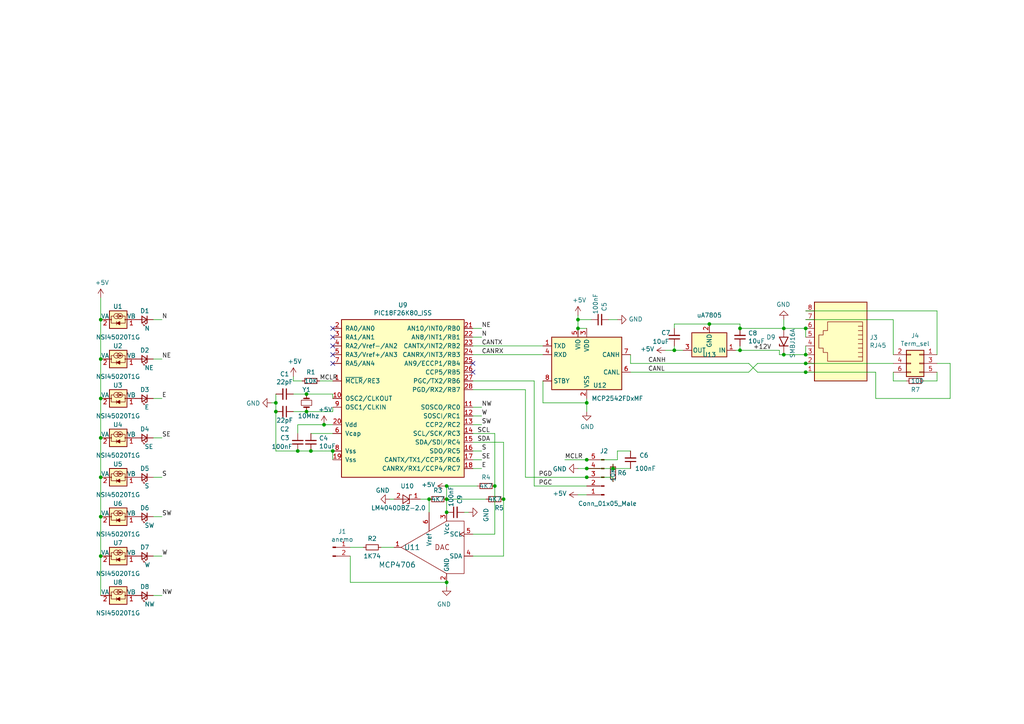
<source format=kicad_sch>
(kicad_sch (version 20211123) (generator eeschema)
  (paper "A4")
  (lib_symbols
    (symbol "Connector:Conn_01x02_Male" (pin_names (offset 1.016) hide)
      (property "Reference" "J" (at 0 2.54 0))
      (property "Value" "Conn_01x02_Male" (at 0 -5.08 0))
      (symbol "Conn_01x02_Male_1_1"
        (polyline (pts (xy 1.27 -2.54) (xy 0.8636 -2.54)) (stroke (width 0.1524)))
        (polyline (pts (xy 1.27 0) (xy 0.8636 0)) (stroke (width 0.1524)))
        (rectangle (start 0.8636 -2.413) (end 0 -2.667) (stroke (width 0.1524)) (fill (type outline)))
        (rectangle (start 0.8636 0.127) (end 0 -0.127) (stroke (width 0.1524)) (fill (type outline)))
        (pin passive line (at 5.08 0 180) (length 3.81) (name "Pin_1") (number "1"))
        (pin passive line (at 5.08 -2.54 180) (length 3.81) (name "Pin_2") (number "2"))
      )
    )
    (symbol "Connector:Conn_01x05_Male" (pin_names (offset 1.016) hide)
      (property "Reference" "J" (at 0 7.62 0))
      (property "Value" "Conn_01x05_Male" (at 0 -7.62 0))
      (symbol "Conn_01x05_Male_1_1"
        (polyline (pts (xy 1.27 -5.08) (xy 0.8636 -5.08)) (stroke (width 0.1524)))
        (polyline (pts (xy 1.27 -2.54) (xy 0.8636 -2.54)) (stroke (width 0.1524)))
        (polyline (pts (xy 1.27 0) (xy 0.8636 0)) (stroke (width 0.1524)))
        (polyline (pts (xy 1.27 2.54) (xy 0.8636 2.54)) (stroke (width 0.1524)))
        (polyline (pts (xy 1.27 5.08) (xy 0.8636 5.08)) (stroke (width 0.1524)))
        (rectangle (start 0.8636 -4.953) (end 0 -5.207) (stroke (width 0.1524)) (fill (type outline)))
        (rectangle (start 0.8636 -2.413) (end 0 -2.667) (stroke (width 0.1524)) (fill (type outline)))
        (rectangle (start 0.8636 0.127) (end 0 -0.127) (stroke (width 0.1524)) (fill (type outline)))
        (rectangle (start 0.8636 2.667) (end 0 2.413) (stroke (width 0.1524)) (fill (type outline)))
        (rectangle (start 0.8636 5.207) (end 0 4.953) (stroke (width 0.1524)) (fill (type outline)))
        (pin passive line (at 5.08 5.08 180) (length 3.81) (name "Pin_1") (number "1"))
        (pin passive line (at 5.08 2.54 180) (length 3.81) (name "Pin_2") (number "2"))
        (pin passive line (at 5.08 0 180) (length 3.81) (name "Pin_3") (number "3"))
        (pin passive line (at 5.08 -2.54 180) (length 3.81) (name "Pin_4") (number "4"))
        (pin passive line (at 5.08 -5.08 180) (length 3.81) (name "Pin_5") (number "5"))
      )
    )
    (symbol "Connector:RJ45" (pin_names (offset 1.016))
      (property "Reference" "J" (at -5.08 13.97 0))
      (property "Value" "RJ45" (at 2.54 13.97 0))
      (symbol "RJ45_0_1"
        (polyline (pts (xy -5.08 4.445) (xy -6.35 4.445)))
        (polyline (pts (xy -5.08 5.715) (xy -6.35 5.715)))
        (polyline (pts (xy -6.35 -3.175) (xy -5.08 -3.175) (xy -5.08 -3.175)))
        (polyline (pts (xy -6.35 -1.905) (xy -5.08 -1.905) (xy -5.08 -1.905)))
        (polyline (pts (xy -6.35 -0.635) (xy -5.08 -0.635) (xy -5.08 -0.635)))
        (polyline (pts (xy -6.35 0.635) (xy -5.08 0.635) (xy -5.08 0.635)))
        (polyline (pts (xy -6.35 1.905) (xy -5.08 1.905) (xy -5.08 1.905)))
        (polyline (pts (xy -5.08 3.175) (xy -6.35 3.175) (xy -6.35 3.175)))
        (polyline (pts (xy -6.35 -4.445) (xy -6.35 6.985) (xy 3.81 6.985) (xy 3.81 4.445) (xy 5.08 4.445) (xy 5.08 3.175) (xy 6.35 3.175) (xy 6.35 -0.635) (xy 5.08 -0.635) (xy 5.08 -1.905) (xy 3.81 -1.905) (xy 3.81 -4.445) (xy -6.35 -4.445) (xy -6.35 -4.445)))
        (rectangle (start 7.62 12.7) (end -7.62 -10.16) (stroke (width 0.254)) (fill (type background)))
      )
      (symbol "RJ45_1_1"
        (pin passive line (at 10.16 -7.62 180) (length 2.54) (name "~") (number "1"))
        (pin passive line (at 10.16 -5.08 180) (length 2.54) (name "~") (number "2"))
        (pin passive line (at 10.16 -2.54 180) (length 2.54) (name "~") (number "3"))
        (pin passive line (at 10.16 0 180) (length 2.54) (name "~") (number "4"))
        (pin passive line (at 10.16 2.54 180) (length 2.54) (name "~") (number "5"))
        (pin passive line (at 10.16 5.08 180) (length 2.54) (name "~") (number "6"))
        (pin passive line (at 10.16 7.62 180) (length 2.54) (name "~") (number "7"))
        (pin passive line (at 10.16 10.16 180) (length 2.54) (name "~") (number "8"))
      )
    )
    (symbol "Connector_Generic:Conn_02x03_Odd_Even" (pin_names (offset 1.016) hide)
      (property "Reference" "J" (at 1.27 5.08 0))
      (property "Value" "Conn_02x03_Odd_Even" (at 1.27 -5.08 0))
      (symbol "Conn_02x03_Odd_Even_1_1"
        (rectangle (start -1.27 -2.413) (end 0 -2.667) (stroke (width 0.1524)))
        (rectangle (start -1.27 0.127) (end 0 -0.127) (stroke (width 0.1524)))
        (rectangle (start -1.27 2.667) (end 0 2.413) (stroke (width 0.1524)))
        (rectangle (start -1.27 3.81) (end 3.81 -3.81) (stroke (width 0.254)) (fill (type background)))
        (rectangle (start 3.81 -2.413) (end 2.54 -2.667) (stroke (width 0.1524)))
        (rectangle (start 3.81 0.127) (end 2.54 -0.127) (stroke (width 0.1524)))
        (rectangle (start 3.81 2.667) (end 2.54 2.413) (stroke (width 0.1524)))
        (pin passive line (at -5.08 2.54 0) (length 3.81) (name "Pin_1") (number "1"))
        (pin passive line (at 7.62 2.54 180) (length 3.81) (name "Pin_2") (number "2"))
        (pin passive line (at -5.08 0 0) (length 3.81) (name "Pin_3") (number "3"))
        (pin passive line (at 7.62 0 180) (length 3.81) (name "Pin_4") (number "4"))
        (pin passive line (at -5.08 -2.54 0) (length 3.81) (name "Pin_5") (number "5"))
        (pin passive line (at 7.62 -2.54 180) (length 3.81) (name "Pin_6") (number "6"))
      )
    )
    (symbol "Device:C_Small" (pin_numbers hide) (pin_names (offset 0.254) hide)
      (property "Reference" "C" (at 0.254 1.778 0))
      (property "Value" "C_Small" (at 0.254 -2.032 0))
      (symbol "C_Small_0_1"
        (polyline (pts (xy -1.524 -0.508) (xy 1.524 -0.508)) (stroke (width 0.3302)))
        (polyline (pts (xy -1.524 0.508) (xy 1.524 0.508)) (stroke (width 0.3048)))
      )
      (symbol "C_Small_1_1"
        (pin passive line (at 0 2.54 270) (length 2.032) (name "~") (number "1"))
        (pin passive line (at 0 -2.54 90) (length 2.032) (name "~") (number "2"))
      )
    )
    (symbol "Device:Crystal_Small" (pin_numbers hide) (pin_names (offset 1.016) hide)
      (property "Reference" "Y" (at 0 2.54 0))
      (property "Value" "Crystal_Small" (at 0 -2.54 0))
      (symbol "Crystal_Small_0_1"
        (rectangle (start -0.762 -1.524) (end 0.762 1.524))
        (polyline (pts (xy -1.27 -0.762) (xy -1.27 0.762)) (stroke (width 0.381)))
        (polyline (pts (xy 1.27 -0.762) (xy 1.27 0.762)) (stroke (width 0.381)))
      )
      (symbol "Crystal_Small_1_1"
        (pin passive line (at -2.54 0 0) (length 1.27) (name "1") (number "1"))
        (pin passive line (at 2.54 0 180) (length 1.27) (name "2") (number "2"))
      )
    )
    (symbol "Device:LED_Small" (pin_numbers hide) (pin_names (offset 0.254) hide)
      (property "Reference" "D" (at -1.27 3.175 0))
      (property "Value" "LED_Small" (at -4.445 -2.54 0))
      (symbol "LED_Small_0_1"
        (polyline (pts (xy -0.762 -1.016) (xy -0.762 1.016)) (stroke (width 0.254)))
        (polyline (pts (xy 1.016 0) (xy -0.762 0)))
        (polyline (pts (xy 0.762 -1.016) (xy -0.762 0) (xy 0.762 1.016) (xy 0.762 -1.016)) (stroke (width 0.254)))
        (polyline (pts (xy 0 0.762) (xy -0.508 1.27) (xy -0.254 1.27) (xy -0.508 1.27) (xy -0.508 1.016)))
        (polyline (pts (xy 0.508 1.27) (xy 0 1.778) (xy 0.254 1.778) (xy 0 1.778) (xy 0 1.524)))
      )
      (symbol "LED_Small_1_1"
        (pin passive line (at -2.54 0 0) (length 1.778) (name "K") (number "1"))
        (pin passive line (at 2.54 0 180) (length 1.778) (name "A") (number "2"))
      )
    )
    (symbol "Device:R_Small" (pin_numbers hide) (pin_names (offset 0.254) hide)
      (property "Reference" "R" (at 0.762 0.508 0))
      (property "Value" "R_Small" (at 0.762 -1.016 0))
      (symbol "R_Small_0_1"
        (rectangle (start -0.762 1.778) (end 0.762 -1.778) (stroke (width 0.2032)))
      )
      (symbol "R_Small_1_1"
        (pin passive line (at 0 2.54 270) (length 0.762) (name "~") (number "1"))
        (pin passive line (at 0 -2.54 90) (length 0.762) (name "~") (number "2"))
      )
    )
    (symbol "Diode:1.5KExxA" (pin_numbers hide) (pin_names (offset 1.016) hide)
      (property "Reference" "D" (at 0 2.54 0))
      (property "Value" "1.5KExxA" (at 0 -2.54 0))
      (symbol "1.5KExxA_0_1"
        (polyline (pts (xy -0.762 1.27) (xy -1.27 1.27) (xy -1.27 -1.27)) (stroke (width 0.254)))
        (polyline (pts (xy 1.27 1.27) (xy 1.27 -1.27) (xy -1.27 0) (xy 1.27 1.27)) (stroke (width 0.254)))
      )
      (symbol "1.5KExxA_1_1"
        (pin passive line (at -3.81 0 0) (length 2.54) (name "A1") (number "1"))
        (pin passive line (at 3.81 0 180) (length 2.54) (name "A2") (number "2"))
      )
    )
    (symbol "Interface_CAN_LIN:MCP2542FDxMF"
      (property "Reference" "U" (at -10.16 8.89 0))
      (property "Value" "MCP2542FDxMF" (at 2.54 8.89 0))
      (symbol "MCP2542FDxMF_0_1"
        (rectangle (start -10.16 7.62) (end 10.16 -7.62) (stroke (width 0.254)) (fill (type background)))
      )
      (symbol "MCP2542FDxMF_1_1"
        (pin input line (at -12.7 5.08 0) (length 2.54) (name "TXD") (number "1"))
        (pin power_in line (at 0 -10.16 90) (length 2.54) (name "VSS") (number "2"))
        (pin power_in line (at 0 10.16 270) (length 2.54) (name "VDD") (number "3"))
        (pin output line (at -12.7 2.54 0) (length 2.54) (name "RXD") (number "4"))
        (pin power_in line (at -2.54 10.16 270) (length 2.54) (name "VIO") (number "5"))
        (pin bidirectional line (at 12.7 -2.54 180) (length 2.54) (name "CANL") (number "6"))
        (pin bidirectional line (at 12.7 2.54 180) (length 2.54) (name "CANH") (number "7"))
        (pin input line (at -12.7 -5.08 0) (length 2.54) (name "STBY") (number "8"))
        (pin passive line (at 0 -10.16 90) (length 2.54) hide (name "VSS") (number "9"))
      )
    )
    (symbol "MCU_Microchip_PIC18:PIC18F26K80_ISS" (pin_names (offset 1.016))
      (property "Reference" "U" (at -17.78 24.13 0))
      (property "Value" "PIC18F26K80_ISS" (at 17.78 24.13 0))
      (symbol "PIC18F26K80_ISS_0_1"
        (rectangle (start -17.78 22.86) (end 17.78 -22.86) (stroke (width 0.254)) (fill (type background)))
      )
      (symbol "PIC18F26K80_ISS_1_1"
        (pin bidirectional line (at -20.32 5.08 0) (length 2.54) (name "~{MCLR}/RE3") (number "1"))
        (pin input line (at -20.32 0 0) (length 2.54) (name "OSC2/CLKOUT") (number "10"))
        (pin bidirectional line (at 20.32 -2.54 180) (length 2.54) (name "SOSCO/RC0") (number "11"))
        (pin bidirectional line (at 20.32 -5.08 180) (length 2.54) (name "SOSCI/RC1") (number "12"))
        (pin bidirectional line (at 20.32 -7.62 180) (length 2.54) (name "CCP2/RC2") (number "13"))
        (pin bidirectional line (at 20.32 -10.16 180) (length 2.54) (name "SCL/SCK/RC3") (number "14"))
        (pin bidirectional line (at 20.32 -12.7 180) (length 2.54) (name "SDA/SDI/RC4") (number "15"))
        (pin bidirectional line (at 20.32 -15.24 180) (length 2.54) (name "SDO/RC5") (number "16"))
        (pin bidirectional line (at 20.32 -17.78 180) (length 2.54) (name "CANTX/TX1/CCP3/RC6") (number "17"))
        (pin bidirectional line (at 20.32 -20.32 180) (length 2.54) (name "CANRX/RX1/CCP4/RC7") (number "18"))
        (pin power_in line (at -20.32 -17.78 0) (length 2.54) (name "Vss") (number "19"))
        (pin bidirectional line (at -20.32 20.32 0) (length 2.54) (name "RA0/AN0") (number "2"))
        (pin power_in line (at -20.32 -7.62 0) (length 2.54) (name "Vdd") (number "20"))
        (pin bidirectional line (at 20.32 20.32 180) (length 2.54) (name "AN10/INT0/RB0") (number "21"))
        (pin bidirectional line (at 20.32 17.78 180) (length 2.54) (name "AN8/INT1/RB1") (number "22"))
        (pin bidirectional line (at 20.32 15.24 180) (length 2.54) (name "CANTX/INT2/RB2") (number "23"))
        (pin bidirectional line (at 20.32 12.7 180) (length 2.54) (name "CANRX/INT3/RB3") (number "24"))
        (pin bidirectional line (at 20.32 10.16 180) (length 2.54) (name "AN9/ECCP1/RB4") (number "25"))
        (pin bidirectional line (at 20.32 7.62 180) (length 2.54) (name "CCP5/RB5") (number "26"))
        (pin bidirectional line (at 20.32 5.08 180) (length 2.54) (name "PGC/TX2/RB6") (number "27"))
        (pin bidirectional line (at 20.32 2.54 180) (length 2.54) (name "PGD/RX2/RB7") (number "28"))
        (pin bidirectional line (at -20.32 17.78 0) (length 2.54) (name "RA1/AN1") (number "3"))
        (pin bidirectional line (at -20.32 15.24 0) (length 2.54) (name "RA2/Vref-/AN2") (number "4"))
        (pin bidirectional line (at -20.32 12.7 0) (length 2.54) (name "RA3/Vref+/AN3") (number "5"))
        (pin power_in line (at -20.32 -10.16 0) (length 2.54) (name "Vcap") (number "6"))
        (pin bidirectional line (at -20.32 10.16 0) (length 2.54) (name "RA5/AN4") (number "7"))
        (pin power_in line (at -20.32 -15.24 0) (length 2.54) (name "Vss") (number "8"))
        (pin input line (at -20.32 -2.54 0) (length 2.54) (name "OSC1/CLKIN") (number "9"))
      )
    )
    (symbol "Reference_Voltage:LM4040DBZ-2.0" (pin_names (offset 0.0254) hide)
      (property "Reference" "U" (at 0 2.54 0))
      (property "Value" "LM4040DBZ-2.0" (at 0 -3.175 0))
      (symbol "LM4040DBZ-2.0_0_1"
        (polyline (pts (xy -1.27 0) (xy 0 0) (xy 1.27 0)))
        (polyline (pts (xy -1.27 -1.27) (xy 0.635 0) (xy -1.27 1.27) (xy -1.27 -1.27)) (stroke (width 0.2032)))
        (polyline (pts (xy 0 -1.27) (xy 0.635 -1.27) (xy 0.635 1.27) (xy 1.27 1.27)) (stroke (width 0.2032)))
      )
      (symbol "LM4040DBZ-2.0_1_1"
        (pin passive line (at 3.81 0 180) (length 2.54) (name "K") (number "1"))
        (pin passive line (at -3.81 0 0) (length 2.54) (name "A") (number "2"))
      )
    )
    (symbol "Regulator_Linear:uA7805" (pin_names (offset 0.254))
      (property "Reference" "U" (at -3.81 3.175 0))
      (property "Value" "uA7805" (at 0 3.175 0))
      (symbol "uA7805_0_1"
        (rectangle (start -5.08 1.905) (end 5.08 -5.08) (stroke (width 0.254)) (fill (type background)))
      )
      (symbol "uA7805_1_1"
        (pin power_in line (at -7.62 0 0) (length 2.54) (name "IN") (number "1"))
        (pin power_in line (at 0 -7.62 90) (length 2.54) (name "GND") (number "2"))
        (pin power_out line (at 7.62 0 180) (length 2.54) (name "OUT") (number "3"))
      )
    )
    (symbol "power:+5V" (power) (pin_names (offset 0))
      (property "Value" "+5V" (at 0 3.556 0))
      (symbol "+5V_0_1"
        (polyline (pts (xy -0.762 1.27) (xy 0 2.54)))
        (polyline (pts (xy 0 0) (xy 0 2.54)))
        (polyline (pts (xy 0 2.54) (xy 0.762 1.27)))
      )
      (symbol "+5V_1_1"
        (pin power_in line (at 0 0 90) (length 0) hide (name "+5V") (number "1"))
      )
    )
    (symbol "power:GND" (power) (pin_names (offset 0))
      (property "Value" "GND" (at 0 -3.81 0))
      (symbol "GND_0_1"
        (polyline (pts (xy 0 0) (xy 0 -1.27) (xy 1.27 -1.27) (xy 0 -2.54) (xy -1.27 -1.27) (xy 0 -1.27)))
      )
      (symbol "GND_1_1"
        (pin power_in line (at 0 0 270) (length 0) hide (name "GND") (number "1"))
      )
    )
    (symbol "vetus-rescue:MCP4706-mcp4706"
      (property "Reference" "U" (at 5.08 -7.62 0))
      (property "Value" "MCP4706-mcp4706" (at 5.08 -5.08 0))
      (symbol "MCP4706-mcp4706_0_0"
        (text "DAC" (at -1.27 0 0) (effects (font (size 1.524 1.524))))
      )
      (symbol "MCP4706-mcp4706_0_1"
        (polyline (pts (xy -2.54 7.62) (xy 10.668 0)))
        (polyline (pts (xy 10.668 0) (xy -2.54 -7.62)))
        (polyline (pts (xy -2.54 7.62) (xy -7.62 7.62) (xy -7.62 -7.62) (xy -2.54 -7.62)))
      )
      (symbol "MCP4706-mcp4706_1_1"
        (pin output line (at 12.7 0 180) (length 2.032) (name "~") (number "1"))
        (pin power_in line (at -2.54 -10.16 90) (length 2.54) (name "GND") (number "2"))
        (pin power_in line (at -2.54 10.16 270) (length 2.54) (name "Vcc") (number "3"))
        (pin input line (at -10.16 -2.54 0) (length 2.54) (name "SDA") (number "4"))
        (pin input clock (at -10.16 3.81 0) (length 2.54) (name "SCL") (number "5"))
        (pin input line (at 2.54 10.16 270) (length 5.461) (name "Vref") (number "6"))
      )
    )
    (symbol "vetus-rescue:NSI45020T1G-linear-local" (pin_names (offset 0))
      (property "Reference" "U" (at 3.81 3.81 0))
      (property "Value" "NSI45020T1G-linear-local" (at 3.81 1.27 0))
      (symbol "NSI45020T1G-linear-local_0_1"
        (rectangle (start -2.54 2.54) (end 2.54 -2.54) (stroke (width 0.254)) (fill (type background)))
        (circle (center 0 -2.032) (radius 0.127))
        (polyline (pts (xy -1.524 0.508) (xy -0.508 0.508)))
        (polyline (pts (xy 0 -3.048) (xy 0 -3.81)))
        (polyline (pts (xy 0 -2.032) (xy 0 -2.54)))
        (polyline (pts (xy 0 2.032) (xy 0 2.54)))
        (polyline (pts (xy 0 3.048) (xy 0 3.81)))
        (polyline (pts (xy -1.016 -0.508) (xy -1.016 -2.032) (xy 1.016 -2.032) (xy 1.016 -1.27)))
        (polyline (pts (xy -1.016 0.508) (xy -1.524 -0.508) (xy -0.508 -0.508) (xy -1.016 0.508)) (fill (type outline)))
        (polyline (pts (xy 1.016 1.27) (xy 1.016 2.032) (xy -1.016 2.032) (xy -1.016 0.508)))
        (polyline (pts (xy 1.016 0.762) (xy 1.016 -1.016) (xy 0.762 -0.508) (xy 1.27 -0.508) (xy 1.016 -1.016)) (fill (type outline)))
        (circle (center 0 2.032) (radius 0.127))
        (circle (center 1.016 -0.508) (radius 0.762))
        (circle (center 1.016 0.508) (radius 0.762))
      )
      (symbol "NSI45020T1G-linear-local_1_1"
        (pin input line (at 0 -5.08 90) (length 2.54) (name "VB") (number "1"))
        (pin input line (at 0 5.08 270) (length 2.54) (name "VA") (number "2"))
        (pin no_connect line (at 0 -2.54 90) (length 2.54) hide (name "NC") (number "3"))
      )
    )
  )
  (junction (at 205.74 93.98))
  (junction (at 170.18 133.35))
  (junction (at 233.68 102.87))
  (junction (at 214.63 95.25))
  (junction (at 93.98 123.19))
  (junction (at 29.21 138.43))
  (junction (at 29.21 92.71))
  (junction (at 233.68 107.95))
  (junction (at 90.17 130.81))
  (junction (at 227.33 102.87))
  (junction (at 86.36 130.81))
  (junction (at 88.9 119.38))
  (junction (at 29.21 127))
  (junction (at 233.68 95.25))
  (junction (at 29.21 149.86))
  (junction (at 233.68 105.41))
  (junction (at 80.01 116.84))
  (junction (at 170.18 138.43))
  (junction (at 29.21 161.29))
  (junction (at 129.54 168.91))
  (junction (at 177.8 135.89))
  (junction (at 129.54 140.97))
  (junction (at 170.18 135.89))
  (junction (at 195.58 101.6))
  (junction (at 29.21 104.14))
  (junction (at 129.54 144.78))
  (junction (at 227.33 95.25))
  (junction (at 124.46 144.78))
  (junction (at 146.05 144.78))
  (junction (at 129.54 148.59))
  (junction (at 96.52 130.81))
  (junction (at 170.18 116.84))
  (junction (at 167.64 95.25))
  (junction (at 88.9 114.3))
  (junction (at 29.21 115.57))
  (junction (at 143.51 140.97))
  (junction (at 214.63 101.6))
  (junction (at 80.01 119.38))
  (junction (at 167.64 92.71))
  (no_connect (at 96.52 105.41))
  (no_connect (at 96.52 97.79))
  (no_connect (at 96.52 95.25))
  (no_connect (at 96.52 102.87))
  (no_connect (at 137.16 107.95))
  (no_connect (at 137.16 105.41))
  (no_connect (at 96.52 100.33))
  (wire (pts (xy 193.04 101.6) (xy 195.58 101.6)))
  (wire (pts (xy 137.16 120.65) (xy 139.7 120.65)))
  (wire (pts (xy 105.41 158.75) (xy 101.6 158.75)))
  (wire (pts (xy 93.98 123.19) (xy 86.36 123.19)))
  (wire (pts (xy 170.18 116.84) (xy 170.18 119.38)))
  (wire (pts (xy 85.09 110.49) (xy 85.09 109.22)))
  (wire (pts (xy 96.52 130.81) (xy 90.17 130.81)))
  (wire (pts (xy 167.64 92.71) (xy 167.64 95.25)))
  (wire (pts (xy 101.6 168.91) (xy 129.54 168.91)))
  (wire (pts (xy 152.4 113.03) (xy 152.4 138.43)))
  (wire (pts (xy 259.08 110.49) (xy 259.08 107.95)))
  (wire (pts (xy 88.9 114.3) (xy 96.52 114.3)))
  (wire (pts (xy 110.49 158.75) (xy 114.3 158.75)))
  (wire (pts (xy 226.06 101.6) (xy 226.06 102.87)))
  (wire (pts (xy 139.7 133.35) (xy 137.16 133.35)))
  (wire (pts (xy 44.45 92.71) (xy 46.99 92.71)))
  (wire (pts (xy 214.63 95.25) (xy 214.63 93.98)))
  (wire (pts (xy 96.52 119.38) (xy 88.9 119.38)))
  (wire (pts (xy 96.52 114.3) (xy 96.52 115.57)))
  (wire (pts (xy 29.21 138.43) (xy 29.21 149.86)))
  (wire (pts (xy 170.18 133.35) (xy 179.07 133.35)))
  (wire (pts (xy 139.7 118.11) (xy 137.16 118.11)))
  (wire (pts (xy 140.97 144.78) (xy 129.54 144.78)))
  (wire (pts (xy 137.16 100.33) (xy 157.48 100.33)))
  (wire (pts (xy 44.45 104.14) (xy 46.99 104.14)))
  (wire (pts (xy 143.51 125.73) (xy 143.51 140.97)))
  (wire (pts (xy 139.7 123.19) (xy 137.16 123.19)))
  (wire (pts (xy 157.48 110.49) (xy 157.48 116.84)))
  (wire (pts (xy 214.63 93.98) (xy 205.74 93.98)))
  (wire (pts (xy 167.64 91.44) (xy 167.64 92.71)))
  (wire (pts (xy 29.21 161.29) (xy 29.21 172.72)))
  (wire (pts (xy 233.68 92.71) (xy 259.08 92.71)))
  (wire (pts (xy 129.54 168.91) (xy 129.54 170.18)))
  (wire (pts (xy 177.8 138.43) (xy 177.8 139.7)))
  (wire (pts (xy 259.08 102.87) (xy 259.08 92.71)))
  (wire (pts (xy 179.07 133.35) (xy 179.07 130.81)))
  (wire (pts (xy 44.45 161.29) (xy 46.99 161.29)))
  (wire (pts (xy 114.3 144.78) (xy 113.03 144.78)))
  (wire (pts (xy 88.9 119.38) (xy 85.09 119.38)))
  (wire (pts (xy 137.16 128.27) (xy 146.05 128.27)))
  (wire (pts (xy 143.51 154.94) (xy 137.16 154.94)))
  (wire (pts (xy 143.51 140.97) (xy 143.51 154.94)))
  (wire (pts (xy 154.94 140.97) (xy 170.18 140.97)))
  (wire (pts (xy 233.68 105.41) (xy 219.71 105.41)))
  (wire (pts (xy 137.16 97.79) (xy 139.7 97.79)))
  (wire (pts (xy 177.8 135.89) (xy 182.88 135.89)))
  (wire (pts (xy 271.78 90.17) (xy 233.68 90.17)))
  (wire (pts (xy 195.58 101.6) (xy 198.12 101.6)))
  (wire (pts (xy 86.36 123.19) (xy 86.36 125.73)))
  (wire (pts (xy 226.06 102.87) (xy 227.33 102.87)))
  (wire (pts (xy 44.45 127) (xy 46.99 127)))
  (wire (pts (xy 233.68 107.95) (xy 254 107.95)))
  (wire (pts (xy 44.45 172.72) (xy 46.99 172.72)))
  (wire (pts (xy 124.46 144.78) (xy 124.46 148.59)))
  (wire (pts (xy 195.58 101.6) (xy 195.58 100.33)))
  (wire (pts (xy 44.45 115.57) (xy 46.99 115.57)))
  (wire (pts (xy 214.63 101.6) (xy 214.63 100.33)))
  (wire (pts (xy 179.07 130.81) (xy 182.88 130.81)))
  (wire (pts (xy 219.71 107.95) (xy 217.17 105.41)))
  (wire (pts (xy 29.21 86.36) (xy 29.21 92.71)))
  (wire (pts (xy 137.16 110.49) (xy 154.94 110.49)))
  (wire (pts (xy 29.21 127) (xy 29.21 138.43)))
  (wire (pts (xy 177.8 134.62) (xy 177.8 135.89)))
  (wire (pts (xy 233.68 95.25) (xy 233.68 97.79)))
  (wire (pts (xy 271.78 102.87) (xy 271.78 90.17)))
  (wire (pts (xy 267.97 110.49) (xy 271.78 110.49)))
  (wire (pts (xy 137.16 102.87) (xy 157.48 102.87)))
  (wire (pts (xy 90.17 130.81) (xy 86.36 130.81)))
  (wire (pts (xy 86.36 130.81) (xy 80.01 130.81)))
  (wire (pts (xy 217.17 107.95) (xy 182.88 107.95)))
  (wire (pts (xy 233.68 95.25) (xy 227.33 95.25)))
  (wire (pts (xy 129.54 140.97) (xy 129.54 144.78)))
  (wire (pts (xy 29.21 115.57) (xy 29.21 127)))
  (wire (pts (xy 44.45 138.43) (xy 46.99 138.43)))
  (wire (pts (xy 80.01 130.81) (xy 80.01 119.38)))
  (wire (pts (xy 217.17 105.41) (xy 182.88 105.41)))
  (wire (pts (xy 227.33 92.71) (xy 227.33 95.25)))
  (wire (pts (xy 171.45 92.71) (xy 167.64 92.71)))
  (wire (pts (xy 271.78 105.41) (xy 275.59 105.41)))
  (wire (pts (xy 96.52 110.49) (xy 92.71 110.49)))
  (wire (pts (xy 182.88 105.41) (xy 182.88 102.87)))
  (wire (pts (xy 137.16 130.81) (xy 139.7 130.81)))
  (wire (pts (xy 233.68 105.41) (xy 259.08 105.41)))
  (wire (pts (xy 96.52 125.73) (xy 90.17 125.73)))
  (wire (pts (xy 213.36 101.6) (xy 214.63 101.6)))
  (wire (pts (xy 275.59 105.41) (xy 275.59 115.57)))
  (wire (pts (xy 139.7 95.25) (xy 137.16 95.25)))
  (wire (pts (xy 167.64 143.51) (xy 170.18 143.51)))
  (wire (pts (xy 85.09 114.3) (xy 88.9 114.3)))
  (wire (pts (xy 157.48 116.84) (xy 170.18 116.84)))
  (wire (pts (xy 29.21 104.14) (xy 29.21 115.57)))
  (wire (pts (xy 101.6 161.29) (xy 101.6 168.91)))
  (wire (pts (xy 219.71 105.41) (xy 217.17 107.95)))
  (wire (pts (xy 195.58 95.25) (xy 195.58 93.98)))
  (wire (pts (xy 146.05 144.78) (xy 146.05 161.29)))
  (wire (pts (xy 138.43 140.97) (xy 129.54 140.97)))
  (wire (pts (xy 219.71 107.95) (xy 233.68 107.95)))
  (wire (pts (xy 227.33 95.25) (xy 214.63 95.25)))
  (wire (pts (xy 96.52 123.19) (xy 93.98 123.19)))
  (wire (pts (xy 154.94 110.49) (xy 154.94 140.97)))
  (wire (pts (xy 271.78 110.49) (xy 271.78 107.95)))
  (wire (pts (xy 137.16 125.73) (xy 143.51 125.73)))
  (wire (pts (xy 146.05 128.27) (xy 146.05 144.78)))
  (wire (pts (xy 137.16 113.03) (xy 152.4 113.03)))
  (wire (pts (xy 170.18 138.43) (xy 177.8 138.43)))
  (wire (pts (xy 176.53 92.71) (xy 179.07 92.71)))
  (wire (pts (xy 80.01 116.84) (xy 78.74 116.84)))
  (wire (pts (xy 167.64 95.25) (xy 170.18 95.25)))
  (wire (pts (xy 170.18 115.57) (xy 170.18 116.84)))
  (wire (pts (xy 167.64 135.89) (xy 170.18 135.89)))
  (wire (pts (xy 87.63 110.49) (xy 85.09 110.49)))
  (wire (pts (xy 275.59 115.57) (xy 254 115.57)))
  (wire (pts (xy 96.52 133.35) (xy 96.52 130.81)))
  (wire (pts (xy 254 115.57) (xy 254 107.95)))
  (wire (pts (xy 177.8 135.89) (xy 170.18 135.89)))
  (wire (pts (xy 80.01 116.84) (xy 80.01 114.3)))
  (wire (pts (xy 214.63 101.6) (xy 226.06 101.6)))
  (wire (pts (xy 29.21 92.71) (xy 29.21 104.14)))
  (wire (pts (xy 233.68 102.87) (xy 233.68 100.33)))
  (wire (pts (xy 124.46 144.78) (xy 121.92 144.78)))
  (wire (pts (xy 80.01 119.38) (xy 80.01 116.84)))
  (wire (pts (xy 195.58 93.98) (xy 205.74 93.98)))
  (wire (pts (xy 152.4 138.43) (xy 170.18 138.43)))
  (wire (pts (xy 170.18 133.35) (xy 163.83 133.35)))
  (wire (pts (xy 134.62 148.59) (xy 135.89 148.59)))
  (wire (pts (xy 137.16 135.89) (xy 139.7 135.89)))
  (wire (pts (xy 96.52 118.11) (xy 96.52 119.38)))
  (wire (pts (xy 146.05 161.29) (xy 137.16 161.29)))
  (wire (pts (xy 227.33 102.87) (xy 233.68 102.87)))
  (wire (pts (xy 129.54 144.78) (xy 129.54 148.59)))
  (wire (pts (xy 29.21 149.86) (xy 29.21 161.29)))
  (wire (pts (xy 44.45 149.86) (xy 46.99 149.86)))
  (wire (pts (xy 262.89 110.49) (xy 259.08 110.49)))
  (label "MCLR" (at 92.71 110.49 0))
  (label "E" (at 46.99 115.57 0))
  (label "MCLR" (at 163.83 133.35 0))
  (label "SDA" (at 138.43 128.27 0))
  (label "E" (at 139.7 135.89 0))
  (label "NE" (at 139.7 95.25 0))
  (label "SE" (at 139.7 133.35 0))
  (label "CANTX" (at 139.7 100.33 0))
  (label "NW" (at 139.7 118.11 0))
  (label "S" (at 139.7 130.81 0))
  (label "W" (at 46.99 161.29 0))
  (label "PGD" (at 156.21 138.43 0))
  (label "S" (at 46.99 138.43 0))
  (label "NW" (at 46.99 172.72 0))
  (label "SE" (at 46.99 127 0))
  (label "N" (at 139.7 97.79 0))
  (label "N" (at 46.99 92.71 0))
  (label "NE" (at 46.99 104.14 0))
  (label "SCL" (at 138.43 125.73 0))
  (label "+12V" (at 218.44 101.6 0))
  (label "CANRX" (at 139.7 102.87 0))
  (label "CANL" (at 187.96 107.95 0))
  (label "CANH" (at 187.96 105.41 0))
  (label "SW" (at 46.99 149.86 0))
  (label "SW" (at 139.7 123.19 0))
  (label "W" (at 139.7 120.65 0))
  (label "PGC" (at 156.21 140.97 0))
  (symbol (lib_id "MCU_Microchip_PIC18:PIC18F26K80_ISS") (at 116.84 115.57 0) (unit 1)
    (property "Reference" "U9" (at 116.84 88.4682 0))
    (property "Value" "PIC18F26K80_ISS" (at 116.84 90.7796 0))
    (property "Footprint" "Package_SO:SOIC-28W_7.5x17.9mm_P1.27mm" (effects hide))
    (property "Datasheet" "http://ww1.microchip.com/downloads/en/DeviceDoc/39977f.pdf" (effects hide))
  )
  (symbol (lib_id "Interface_CAN_LIN:MCP2542FDxMF") (at 170.18 105.41 0) (unit 1)
    (property "Reference" "U12" (at 173.99 111.76 0))
    (property "Value" "MCP2542FDxMF" (at 179.07 115.57 0))
    (property "Footprint" "Package_SO:SOIC-8_3.9x4.9mm_P1.27mm" (effects hide))
    (property "Datasheet" "http://ww1.microchip.com/downloads/en/DeviceDoc/MCP2542FD-4FD-MCP2542WFD-4WFD-Data-Sheet20005514B.pdf" (effects hide))
  )
  (symbol (lib_id "Regulator_Linear:uA7805") (at 205.74 101.6 180) (unit 1)
    (property "Reference" "U13" (at 205.74 102.87 0))
    (property "Value" "uA7805" (at 205.74 91.44 0))
    (property "Footprint" "Package_TO_SOT_SMD:SOT-223-3_TabPin2" (effects hide))
    (property "Datasheet" "http://www.ti.com/lit/ds/symlink/ua78.pdf" (effects hide))
  )
  (symbol (lib_id "Device:Crystal_Small") (at 88.9 116.84 270) (unit 1)
    (property "Reference" "Y1" (at 87.63 113.03 90) (effects (justify left)))
    (property "Value" "10Mhz" (at 86.36 120.65 90) (effects (justify left)))
    (property "Footprint" "Crystal:Crystal_HC18-U_Vertical" (effects hide))
  )
  (symbol (lib_id "Device:C_Small") (at 82.55 114.3 270) (unit 1)
    (property "Reference" "C1" (at 82.55 108.4834 90))
    (property "Value" "22pF" (at 82.55 110.7948 90))
    (property "Footprint" "Capacitor_THT:C_Disc_D3.8mm_W2.6mm_P2.50mm" (effects hide))
  )
  (symbol (lib_id "Device:C_Small") (at 82.55 119.38 270) (unit 1)
    (property "Reference" "C2" (at 82.55 124.46 90))
    (property "Value" "22pF" (at 82.55 121.92 90))
    (property "Footprint" "Capacitor_THT:C_Disc_D3.8mm_W2.6mm_P2.50mm" (effects hide))
  )
  (symbol (lib_id "power:GND") (at 78.74 116.84 270) (unit 1)
    (property "Reference" "#PWR02" (effects hide))
    (property "Value" "GND" (at 75.4888 116.967 90) (effects (justify right)))
  )
  (symbol (lib_id "Device:C_Small") (at 90.17 128.27 180) (unit 1)
    (property "Reference" "C4" (at 92.5068 127.1016 0) (effects (justify right)))
    (property "Value" "10uF" (at 92.5068 129.413 0) (effects (justify right)))
    (property "Footprint" "Capacitor_SMD:C_1210_3225Metric_Pad1.33x2.70mm_HandSolder" (effects hide))
  )
  (symbol (lib_id "Device:C_Small") (at 86.36 128.27 180) (unit 1)
    (property "Reference" "C3" (at 81.28 127 0) (effects (justify right)))
    (property "Value" "100nF" (at 78.74 129.54 0) (effects (justify right)))
    (property "Footprint" "Capacitor_SMD:C_0805_2012Metric_Pad1.18x1.45mm_HandSolder" (effects hide))
  )
  (symbol (lib_id "power:+5V") (at 93.98 123.19 0) (unit 1)
    (property "Reference" "#PWR04" (effects hide))
    (property "Value" "+5V" (at 94.361 118.7958 0))
  )
  (symbol (lib_id "power:GND") (at 170.18 119.38 0) (unit 1)
    (property "Reference" "#PWR011" (effects hide))
    (property "Value" "GND" (at 170.307 123.7742 0))
  )
  (symbol (lib_id "power:+5V") (at 167.64 91.44 0) (unit 1)
    (property "Reference" "#PWR08" (effects hide))
    (property "Value" "+5V" (at 168.021 87.0458 0))
  )
  (symbol (lib_id "Device:C_Small") (at 173.99 92.71 90) (unit 1)
    (property "Reference" "C5" (at 175.26 87.63 0) (effects (justify right)))
    (property "Value" "100nF" (at 172.72 85.09 0) (effects (justify right)))
    (property "Footprint" "Capacitor_SMD:C_0805_2012Metric_Pad1.18x1.45mm_HandSolder" (effects hide))
  )
  (symbol (lib_id "power:GND") (at 179.07 92.71 90) (unit 1)
    (property "Reference" "#PWR012" (effects hide))
    (property "Value" "GND" (at 182.3212 92.583 90) (effects (justify right)))
  )
  (symbol (lib_id "Connector:RJ45") (at 243.84 100.33 0) (mirror y) (unit 1)
    (property "Reference" "J3" (at 252.222 97.8916 0) (effects (justify right)))
    (property "Value" "RJ45" (at 252.222 100.203 0) (effects (justify right)))
    (property "Footprint" "Connector_RJ:RJ45_Amphenol_54602-x08_Horizontal" (effects hide))
    (property "P/N" " 54601-908WPLF " (effects hide))
  )
  (symbol (lib_id "Diode:1.5KExxA") (at 227.33 99.06 90) (unit 1)
    (property "Reference" "D9" (at 222.25 97.79 90) (effects (justify right)))
    (property "Value" "SMBJ16A" (at 229.87 95.25 0) (effects (justify right)))
    (property "Footprint" "Diode_SMD:D_SMB_Handsoldering" (effects hide))
    (property "Datasheet" "https://www.vishay.com/docs/88301/15ke.pdf" (effects hide))
  )
  (symbol (lib_id "Device:C_Small") (at 214.63 97.79 180) (unit 1)
    (property "Reference" "C8" (at 216.9668 96.6216 0) (effects (justify right)))
    (property "Value" "10uF" (at 216.9668 98.933 0) (effects (justify right)))
    (property "Footprint" "Capacitor_SMD:C_1210_3225Metric_Pad1.33x2.70mm_HandSolder" (effects hide))
  )
  (symbol (lib_id "Device:C_Small") (at 195.58 97.79 180) (unit 1)
    (property "Reference" "C7" (at 191.77 96.52 0) (effects (justify right)))
    (property "Value" "10uF" (at 189.23 99.06 0) (effects (justify right)))
    (property "Footprint" "Capacitor_SMD:C_1210_3225Metric_Pad1.33x2.70mm_HandSolder" (effects hide))
  )
  (symbol (lib_id "power:GND") (at 227.33 92.71 180) (unit 1)
    (property "Reference" "#PWR014" (effects hide))
    (property "Value" "GND" (at 227.203 88.3158 0))
  )
  (symbol (lib_id "power:+5V") (at 193.04 101.6 90) (unit 1)
    (property "Reference" "#PWR013" (effects hide))
    (property "Value" "+5V" (at 189.7888 101.219 90) (effects (justify left)))
  )
  (symbol (lib_id "Device:R_Small") (at 90.17 110.49 270) (unit 1)
    (property "Reference" "R1" (at 90.17 107.95 90))
    (property "Value" "10K" (at 90.17 110.49 90))
    (property "Footprint" "Resistor_THT:R_Axial_DIN0207_L6.3mm_D2.5mm_P7.62mm_Horizontal" (effects hide))
  )
  (symbol (lib_id "power:+5V") (at 85.09 109.22 0) (unit 1)
    (property "Reference" "#PWR03" (effects hide))
    (property "Value" "+5V" (at 85.471 104.8258 0))
  )
  (symbol (lib_id "Connector:Conn_01x05_Male") (at 175.26 138.43 180) (unit 1)
    (property "Reference" "J2" (at 173.99 130.81 0) (effects (justify right)))
    (property "Value" "Conn_01x05_Male" (at 167.64 146.05 0) (effects (justify right)))
    (property "Footprint" "Connector_PinHeader_2.54mm:PinHeader_1x05_P2.54mm_Vertical" (effects hide))
  )
  (symbol (lib_id "power:GND") (at 167.64 135.89 270) (unit 1)
    (property "Reference" "#PWR09" (effects hide))
    (property "Value" "GND" (at 164.3888 136.017 90) (effects (justify right)))
  )
  (symbol (lib_id "power:+5V") (at 167.64 143.51 90) (unit 1)
    (property "Reference" "#PWR010" (effects hide))
    (property "Value" "+5V" (at 164.3888 143.129 90) (effects (justify left)))
  )
  (symbol (lib_id "Device:R_Small") (at 177.8 137.16 180) (unit 1)
    (property "Reference" "R6" (at 179.07 137.16 0) (effects (justify right)))
    (property "Value" "10K" (at 177.8 139.7 90) (effects (justify right)))
    (property "Footprint" "Resistor_THT:R_Axial_DIN0207_L6.3mm_D2.5mm_P7.62mm_Horizontal" (effects hide))
  )
  (symbol (lib_id "Device:C_Small") (at 182.88 133.35 180) (unit 1)
    (property "Reference" "C6" (at 185.42 132.08 0) (effects (justify right)))
    (property "Value" "100nF" (at 184.15 135.89 0) (effects (justify right)))
    (property "Footprint" "Capacitor_SMD:C_0805_2012Metric_Pad1.18x1.45mm_HandSolder" (effects hide))
  )
  (symbol (lib_id "vetus-rescue:MCP4706-mcp4706") (at 127 158.75 0) (mirror y) (unit 1)
    (property "Reference" "U11" (at 121.92 158.75 0) (effects (font (size 1.524 1.524)) (justify left)))
    (property "Value" "MCP4706" (at 120.65 163.83 0) (effects (font (size 1.524 1.524)) (justify left)))
    (property "Footprint" "Package_TO_SOT_SMD:SOT-23-6_Handsoldering" (effects hide))
  )
  (symbol (lib_id "Device:R_Small") (at 143.51 144.78 270) (unit 1)
    (property "Reference" "R5" (at 144.78 147.32 90))
    (property "Value" "4K7" (at 143.51 144.78 90))
    (property "Footprint" "Resistor_THT:R_Axial_DIN0207_L6.3mm_D2.5mm_P7.62mm_Horizontal" (effects hide))
  )
  (symbol (lib_id "Device:R_Small") (at 140.97 140.97 270) (unit 1)
    (property "Reference" "R4" (at 140.97 138.43 90))
    (property "Value" "4K7" (at 140.97 140.97 90))
    (property "Footprint" "Resistor_THT:R_Axial_DIN0207_L6.3mm_D2.5mm_P7.62mm_Horizontal" (effects hide))
  )
  (symbol (lib_id "power:+5V") (at 129.54 140.97 90) (unit 1)
    (property "Reference" "#PWR06" (effects hide))
    (property "Value" "+5V" (at 126.2888 140.589 90) (effects (justify left)))
  )
  (symbol (lib_id "power:GND") (at 129.54 170.18 0) (unit 1)
    (property "Reference" "#PWR07" (effects hide))
    (property "Value" "GND" (at 130.81 175.26 0) (effects (justify right)))
  )
  (symbol (lib_id "Reference_Voltage:LM4040DBZ-2.0") (at 118.11 144.78 0) (unit 1)
    (property "Reference" "U10" (at 118.11 140.97 0))
    (property "Value" "LM4040DBZ-2.0" (at 115.57 147.32 0))
    (property "Footprint" "Package_TO_SOT_SMD:SOT-23" (effects hide))
    (property "Datasheet" "http://www.ti.com/lit/ds/symlink/lm4040-n.pdf" (effects hide))
  )
  (symbol (lib_id "Device:R_Small") (at 127 144.78 270) (unit 1)
    (property "Reference" "R3" (at 127 142.24 90))
    (property "Value" "4K7" (at 127 144.78 90))
    (property "Footprint" "Resistor_THT:R_Axial_DIN0207_L6.3mm_D2.5mm_P7.62mm_Horizontal" (effects hide))
  )
  (symbol (lib_id "power:GND") (at 113.03 144.78 270) (unit 1)
    (property "Reference" "#PWR05" (effects hide))
    (property "Value" "GND" (at 113.03 142.24 90) (effects (justify right)))
  )
  (symbol (lib_id "Device:R_Small") (at 107.95 158.75 270) (unit 1)
    (property "Reference" "R2" (at 107.95 156.21 90))
    (property "Value" "1K74" (at 107.95 161.29 90))
    (property "Footprint" "Resistor_SMD:R_0805_2012Metric_Pad1.20x1.40mm_HandSolder" (effects hide))
  )
  (symbol (lib_id "Connector:Conn_01x02_Male") (at 96.52 158.75 0) (unit 1)
    (property "Reference" "J1" (at 99.2632 154.1526 0))
    (property "Value" "anemo" (at 99.2632 156.464 0))
    (property "Footprint" "te:282834-2_1" (effects hide))
  )
  (symbol (lib_id "vetus-rescue:NSI45020T1G-linear-local") (at 34.29 138.43 90) (unit 1)
    (property "Reference" "U5" (at 35.56 134.62 90) (effects (justify left)))
    (property "Value" "NSI45020T1G" (at 40.64 143.51 90) (effects (justify left)))
    (property "Footprint" "Diode_SMD:D_SOD-123" (effects hide))
    (property "Datasheet" "https://www.onsemi.com/pdf/datasheet/nsi45020-d.pdf" (effects hide))
  )
  (symbol (lib_id "Device:LED_Small") (at 41.91 138.43 180) (unit 1)
    (property "Reference" "D5" (at 40.64 135.89 0) (effects (justify right)))
    (property "Value" "S" (at 41.91 140.97 0) (effects (justify right)))
    (property "Footprint" "Connector_PinHeader_2.54mm:PinHeader_1x02_P2.54mm_Vertical" (effects hide))
  )
  (symbol (lib_id "vetus-rescue:NSI45020T1G-linear-local") (at 34.29 149.86 90) (unit 1)
    (property "Reference" "U6" (at 35.56 146.05 90) (effects (justify left)))
    (property "Value" "NSI45020T1G" (at 40.64 154.94 90) (effects (justify left)))
    (property "Footprint" "Diode_SMD:D_SOD-123" (effects hide))
    (property "Datasheet" "https://www.onsemi.com/pdf/datasheet/nsi45020-d.pdf" (effects hide))
  )
  (symbol (lib_id "Device:LED_Small") (at 41.91 149.86 180) (unit 1)
    (property "Reference" "D6" (at 40.64 147.32 0) (effects (justify right)))
    (property "Value" "SW" (at 41.91 152.4 0) (effects (justify right)))
    (property "Footprint" "Connector_PinHeader_2.54mm:PinHeader_1x02_P2.54mm_Vertical" (effects hide))
  )
  (symbol (lib_id "vetus-rescue:NSI45020T1G-linear-local") (at 34.29 161.29 90) (unit 1)
    (property "Reference" "U7" (at 35.56 157.48 90) (effects (justify left)))
    (property "Value" "NSI45020T1G" (at 40.64 166.37 90) (effects (justify left)))
    (property "Footprint" "Diode_SMD:D_SOD-123" (effects hide))
    (property "Datasheet" "https://www.onsemi.com/pdf/datasheet/nsi45020-d.pdf" (effects hide))
  )
  (symbol (lib_id "Device:LED_Small") (at 41.91 161.29 180) (unit 1)
    (property "Reference" "D7" (at 40.64 158.75 0) (effects (justify right)))
    (property "Value" "W" (at 41.91 163.83 0) (effects (justify right)))
    (property "Footprint" "Connector_PinHeader_2.54mm:PinHeader_1x02_P2.54mm_Vertical" (effects hide))
  )
  (symbol (lib_id "vetus-rescue:NSI45020T1G-linear-local") (at 34.29 172.72 90) (unit 1)
    (property "Reference" "U8" (at 35.56 168.91 90) (effects (justify left)))
    (property "Value" "NSI45020T1G" (at 40.64 177.8 90) (effects (justify left)))
    (property "Footprint" "Diode_SMD:D_SOD-123" (effects hide))
    (property "Datasheet" "https://www.onsemi.com/pdf/datasheet/nsi45020-d.pdf" (effects hide))
  )
  (symbol (lib_id "Device:LED_Small") (at 41.91 172.72 180) (unit 1)
    (property "Reference" "D8" (at 40.64 170.18 0) (effects (justify right)))
    (property "Value" "NW" (at 41.91 175.26 0) (effects (justify right)))
    (property "Footprint" "Connector_PinHeader_2.54mm:PinHeader_1x02_P2.54mm_Vertical" (effects hide))
  )
  (symbol (lib_id "vetus-rescue:NSI45020T1G-linear-local") (at 34.29 92.71 90) (unit 1)
    (property "Reference" "U1" (at 35.56 88.9 90) (effects (justify left)))
    (property "Value" "NSI45020T1G" (at 40.64 97.79 90) (effects (justify left)))
    (property "Footprint" "Diode_SMD:D_SOD-123" (effects hide))
    (property "Datasheet" "https://www.onsemi.com/pdf/datasheet/nsi45020-d.pdf" (effects hide))
  )
  (symbol (lib_id "Device:LED_Small") (at 41.91 92.71 180) (unit 1)
    (property "Reference" "D1" (at 40.64 90.17 0) (effects (justify right)))
    (property "Value" "N" (at 41.91 95.25 0) (effects (justify right)))
    (property "Footprint" "Connector_PinHeader_2.54mm:PinHeader_1x02_P2.54mm_Vertical" (effects hide))
  )
  (symbol (lib_id "vetus-rescue:NSI45020T1G-linear-local") (at 34.29 104.14 90) (unit 1)
    (property "Reference" "U2" (at 35.56 100.33 90) (effects (justify left)))
    (property "Value" "NSI45020T1G" (at 40.64 109.22 90) (effects (justify left)))
    (property "Footprint" "Diode_SMD:D_SOD-123" (effects hide))
    (property "Datasheet" "https://www.onsemi.com/pdf/datasheet/nsi45020-d.pdf" (effects hide))
  )
  (symbol (lib_id "Device:LED_Small") (at 41.91 104.14 180) (unit 1)
    (property "Reference" "D2" (at 40.64 101.6 0) (effects (justify right)))
    (property "Value" "NE" (at 41.91 106.68 0) (effects (justify right)))
    (property "Footprint" "Connector_PinHeader_2.54mm:PinHeader_1x02_P2.54mm_Vertical" (effects hide))
  )
  (symbol (lib_id "vetus-rescue:NSI45020T1G-linear-local") (at 34.29 115.57 90) (unit 1)
    (property "Reference" "U3" (at 35.56 111.76 90) (effects (justify left)))
    (property "Value" "NSI45020T1G" (at 40.64 120.65 90) (effects (justify left)))
    (property "Footprint" "Diode_SMD:D_SOD-123" (effects hide))
    (property "Datasheet" "https://www.onsemi.com/pdf/datasheet/nsi45020-d.pdf" (effects hide))
  )
  (symbol (lib_id "Device:LED_Small") (at 41.91 115.57 180) (unit 1)
    (property "Reference" "D3" (at 40.64 113.03 0) (effects (justify right)))
    (property "Value" "E" (at 41.91 118.11 0) (effects (justify right)))
    (property "Footprint" "Connector_PinHeader_2.54mm:PinHeader_1x02_P2.54mm_Vertical" (effects hide))
  )
  (symbol (lib_id "vetus-rescue:NSI45020T1G-linear-local") (at 34.29 127 90) (unit 1)
    (property "Reference" "U4" (at 35.56 123.19 90) (effects (justify left)))
    (property "Value" "NSI45020T1G" (at 40.64 132.08 90) (effects (justify left)))
    (property "Footprint" "Diode_SMD:D_SOD-123" (effects hide))
    (property "Datasheet" "https://www.onsemi.com/pdf/datasheet/nsi45020-d.pdf" (effects hide))
  )
  (symbol (lib_id "Device:LED_Small") (at 41.91 127 180) (unit 1)
    (property "Reference" "D4" (at 40.64 124.46 0) (effects (justify right)))
    (property "Value" "SE" (at 41.91 129.54 0) (effects (justify right)))
    (property "Footprint" "Connector_PinHeader_2.54mm:PinHeader_1x02_P2.54mm_Vertical" (effects hide))
  )
  (symbol (lib_id "power:+5V") (at 29.21 86.36 0) (unit 1)
    (property "Reference" "#PWR01" (effects hide))
    (property "Value" "+5V" (at 29.591 81.9658 0))
  )
  (symbol (lib_id "Connector_Generic:Conn_02x03_Odd_Even") (at 266.7 105.41 0) (mirror y) (unit 1)
    (property "Reference" "J4" (at 265.43 97.3582 0))
    (property "Value" "Term_sel" (at 265.43 99.6696 0))
    (property "Footprint" "Connector_PinHeader_2.54mm:PinHeader_2x03_P2.54mm_Vertical" (effects hide))
  )
  (symbol (lib_id "Device:R_Small") (at 265.43 110.49 270) (unit 1)
    (property "Reference" "R7" (at 264.16 113.03 90) (effects (justify left)))
    (property "Value" "100" (at 264.16 110.49 90) (effects (justify left)))
    (property "Footprint" "Resistor_SMD:R_0805_2012Metric_Pad1.20x1.40mm_HandSolder" (effects hide))
    (property "P/N" "MCWF08P1000FTL" (effects hide))
  )
  (symbol (lib_id "Device:C_Small") (at 132.08 148.59 90) (unit 1)
    (property "Reference" "C9" (at 133.35 143.51 0) (effects (justify right)))
    (property "Value" "100nF" (at 130.81 140.97 0) (effects (justify right)))
    (property "Footprint" "Capacitor_SMD:C_0805_2012Metric_Pad1.18x1.45mm_HandSolder" (effects hide))
  )
  (symbol (lib_id "power:GND") (at 135.89 148.59 90) (unit 1)
    (property "Reference" "#PWR015" (effects hide))
    (property "Value" "GND" (at 140.97 147.32 0) (effects (justify right)))
  )
)
</source>
